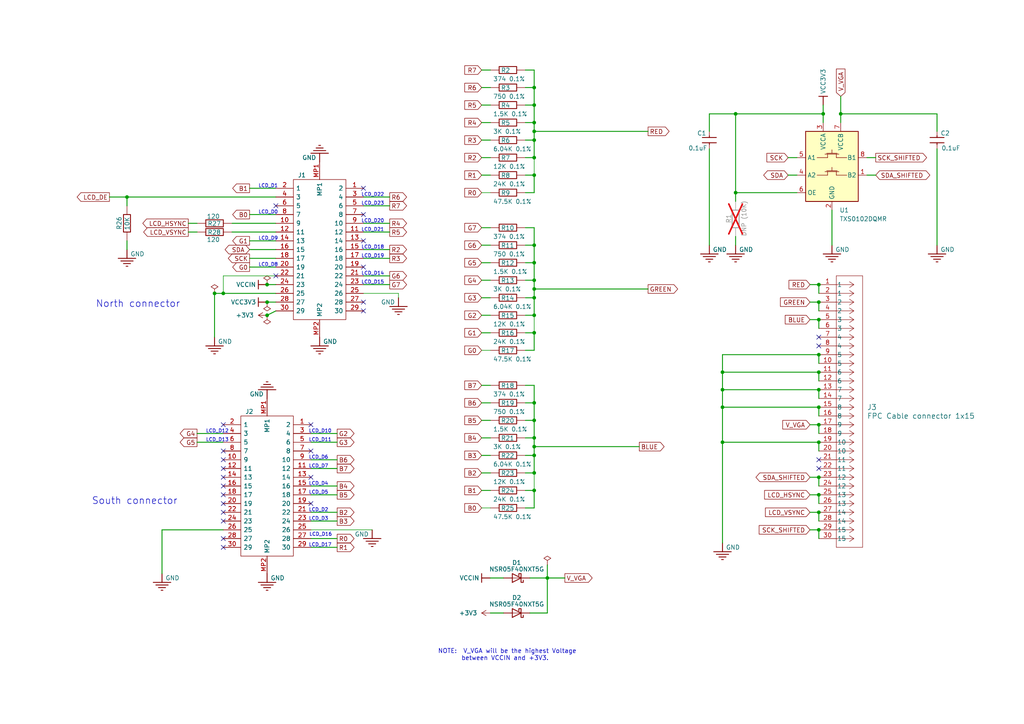
<source format=kicad_sch>
(kicad_sch (version 20231120) (generator "eeschema") (generator_version "8.0")
  (paper "A4")
  (title_block (title "VGA Adapter Board") (date "2024-05-13") (rev "V0.09") (company "Copyright (C) 2023-2024 Victor Suarez Rovere") (comment 1 "License:  CERN OHL-S") (comment 2 "PCB design:  Mitch Altman & Victor Suarez Rovere") (comment 3 "Schematics capture:  Mitch Altman & Victor Suarez Rovere") (comment 4 "Circuit design & parts selection:  Victor Suarez Rovere"))
  (lib_symbols
    (symbol "1-1734248-5_1" (pin_names (offset 0.254))
      (property "Reference" "J5" (at 13.97 -35.56 0))
      (property "Value" "FPC Cable connector 1x15" (at 13.97 -38.1 0))
      (symbol "1-1734248-5_1_1_1"
        (pin passive line (at 0 0 0) (length 5.08) (name "1") (number "1"))
        (pin passive line (at 0 -22.86 0) (length 5.08) (name "5") (number "10"))
        (pin passive line (at 0 -25.4 0) (length 5.08) (name "6") (number "11"))
        (pin passive line (at 0 -27.94 0) (length 5.08) (name "6") (number "12"))
        (pin passive line (at 0 -30.48 0) (length 5.08) (name "7") (number "13"))
        (pin passive line (at 0 -33.02 0) (length 5.08) (name "7") (number "14"))
        (pin passive line (at 0 -35.56 0) (length 5.08) (name "8") (number "15"))
        (pin passive line (at 0 -38.1 0) (length 5.08) (name "8") (number "16"))
        (pin passive line (at 0 -40.64 0) (length 5.08) (name "9") (number "17"))
        (pin passive line (at 0 -43.18 0) (length 5.08) (name "9") (number "18"))
        (pin passive line (at 0 -45.72 0) (length 5.08) (name "10") (number "19"))
        (pin passive line (at 0 -2.54 0) (length 5.08) (name "1") (number "2"))
        (pin passive line (at 0 -48.26 0) (length 5.08) (name "10") (number "20"))
        (pin passive line (at 0 -50.8 0) (length 5.08) (name "11") (number "21"))
        (pin passive line (at 0 -53.34 0) (length 5.08) (name "11") (number "22"))
        (pin passive line (at 0 -55.88 0) (length 5.08) (name "12") (number "23"))
        (pin passive line (at 0 -58.42 0) (length 5.08) (name "12") (number "24"))
        (pin passive line (at 0 -60.96 0) (length 5.08) (name "13") (number "25"))
        (pin passive line (at 0 -63.5 0) (length 5.08) (name "13") (number "26"))
        (pin passive line (at 0 -66.04 0) (length 5.08) (name "14") (number "27"))
        (pin passive line (at 0 -68.58 0) (length 5.08) (name "14") (number "28"))
        (pin passive line (at 0 -71.12 0) (length 5.08) (name "15") (number "29"))
        (pin passive line (at 0 -5.08 0) (length 5.08) (name "2") (number "3"))
        (pin passive line (at 0 -73.66 0) (length 5.08) (name "15") (number "30"))
        (pin passive line (at 0 -7.62 0) (length 5.08) (name "2") (number "4"))
        (pin passive line (at 0 -10.16 0) (length 5.08) (name "3") (number "5"))
        (pin passive line (at 0 -12.7 0) (length 5.08) (name "3") (number "6"))
        (pin passive line (at 0 -15.24 0) (length 5.08) (name "4") (number "7"))
        (pin passive line (at 0 -17.78 0) (length 5.08) (name "4") (number "8"))
        (pin passive line (at 0 -20.32 0) (length 5.08) (name "5") (number "9"))
      )
      (symbol "1-1734248-5_1_1_2"
        (pin unspecified line (at 0 0 0) (length 5.08) (name "1") (number "1"))
        (pin unspecified line (at 0 -22.86 0) (length 5.08) (name "10") (number "10"))
        (pin unspecified line (at 0 -25.4 0) (length 5.08) (name "11") (number "11"))
        (pin unspecified line (at 0 -27.94 0) (length 5.08) (name "12") (number "12"))
        (pin unspecified line (at 0 -30.48 0) (length 5.08) (name "13") (number "13"))
        (pin unspecified line (at 0 -33.02 0) (length 5.08) (name "14") (number "14"))
        (pin unspecified line (at 0 -35.56 0) (length 5.08) (name "15") (number "15"))
        (pin unspecified line (at 0 -38.1 0) (length 5.08) (name "16") (number "16"))
        (pin unspecified line (at 0 -40.64 0) (length 5.08) (name "17") (number "17"))
        (pin unspecified line (at 0 -43.18 0) (length 5.08) (name "18") (number "18"))
        (pin unspecified line (at 0 -45.72 0) (length 5.08) (name "19") (number "19"))
        (pin unspecified line (at 0 -2.54 0) (length 5.08) (name "2") (number "2"))
        (pin unspecified line (at 0 -48.26 0) (length 5.08) (name "20") (number "20"))
        (pin unspecified line (at 0 -50.8 0) (length 5.08) (name "21") (number "21"))
        (pin unspecified line (at 0 -53.34 0) (length 5.08) (name "22") (number "22"))
        (pin unspecified line (at 0 -55.88 0) (length 5.08) (name "23") (number "23"))
        (pin unspecified line (at 0 -58.42 0) (length 5.08) (name "24") (number "24"))
        (pin unspecified line (at 0 -60.96 0) (length 5.08) (name "25") (number "25"))
        (pin unspecified line (at 0 -63.5 0) (length 5.08) (name "26") (number "26"))
        (pin unspecified line (at 0 -66.04 0) (length 5.08) (name "27") (number "27"))
        (pin unspecified line (at 0 -68.58 0) (length 5.08) (name "28") (number "28"))
        (pin unspecified line (at 0 -71.12 0) (length 5.08) (name "29") (number "29"))
        (pin unspecified line (at 0 -5.08 0) (length 5.08) (name "3") (number "3"))
        (pin unspecified line (at 0 -73.66 0) (length 5.08) (name "30") (number "30"))
        (pin unspecified line (at 0 -7.62 0) (length 5.08) (name "4") (number "4"))
        (pin unspecified line (at 0 -10.16 0) (length 5.08) (name "5") (number "5"))
        (pin unspecified line (at 0 -12.7 0) (length 5.08) (name "6") (number "6"))
        (pin unspecified line (at 0 -15.24 0) (length 5.08) (name "7") (number "7"))
        (pin unspecified line (at 0 -17.78 0) (length 5.08) (name "8") (number "8"))
        (pin unspecified line (at 0 -20.32 0) (length 5.08) (name "9") (number "9"))
      )
    )
    (symbol "D1s-altium-import:2_RES"
      (property "Value" "2_RES" (at 0 0 0))
      (symbol "2_RES_1_0"
        (pin passive line (at -0.254 0 180) (length 2.54) (name "1") (number "1"))
        (pin passive line (at -10.414 0 0) (length 2.54) (name "2") (number "2"))
      )
    )
    (symbol "DF12NB_3.0_-30DP-0.5V_51__1" (pin_names (offset 0.762))
      (property "Reference" "J1" (at 46.99 6.35 90))
      (symbol "DF12NB_3.0_-30DP-0.5V_51__1_0_0"
        (pin passive line (at 50.8 0 180) (length 5.08) (name "MP1") (number "MP1"))
        (pin passive line (at 0 0 0) (length 5.08) (name "MP2") (number "MP2"))
      )
      (symbol "DF12NB_3.0_-30DP-0.5V_51__1_1_0"
        (pin passive line (at 43.18 -12.7 90) (length 5.08) (name "2") (number "1"))
        (pin passive line (at 33.02 12.7 270) (length 5.08) (name "9") (number "10"))
        (pin passive line (at 30.48 -12.7 90) (length 5.08) (name "12") (number "11"))
        (pin passive line (at 30.48 12.7 270) (length 5.08) (name "11") (number "12"))
        (pin passive line (at 27.94 -12.7 90) (length 5.08) (name "14") (number "13"))
        (pin passive line (at 27.94 12.7 270) (length 5.08) (name "13") (number "14"))
        (pin passive line (at 25.4 -12.7 90) (length 5.08) (name "16") (number "15"))
        (pin passive line (at 25.4 12.7 270) (length 5.08) (name "15") (number "16"))
        (pin passive line (at 22.86 -12.7 90) (length 5.08) (name "18") (number "17"))
        (pin passive line (at 22.86 12.7 270) (length 5.08) (name "17") (number "18"))
        (pin passive line (at 20.32 -12.7 90) (length 5.08) (name "20") (number "19"))
        (pin passive line (at 43.18 12.7 270) (length 5.08) (name "1") (number "2"))
        (pin passive line (at 20.32 12.7 270) (length 5.08) (name "19") (number "20"))
        (pin passive line (at 17.78 -12.7 90) (length 5.08) (name "22") (number "21"))
        (pin passive line (at 17.78 12.7 270) (length 5.08) (name "21") (number "22"))
        (pin passive line (at 15.24 -12.7 90) (length 5.08) (name "24") (number "23"))
        (pin passive line (at 15.24 12.7 270) (length 5.08) (name "23") (number "24"))
        (pin passive line (at 12.7 -12.7 90) (length 5.08) (name "26") (number "25"))
        (pin passive line (at 12.7 12.7 270) (length 5.08) (name "25") (number "26"))
        (pin passive line (at 10.16 -12.7 90) (length 5.08) (name "28") (number "27"))
        (pin passive line (at 10.16 12.7 270) (length 5.08) (name "27") (number "28"))
        (pin passive line (at 7.62 -12.7 90) (length 5.08) (name "30") (number "29"))
        (pin passive line (at 40.64 -12.7 90) (length 5.08) (name "4") (number "3"))
        (pin passive line (at 7.62 12.7 270) (length 5.08) (name "29") (number "30"))
        (pin passive line (at 40.64 12.7 270) (length 5.08) (name "3") (number "4"))
        (pin passive line (at 38.1 -12.7 90) (length 5.08) (name "6") (number "5"))
        (pin passive line (at 38.1 12.7 270) (length 5.08) (name "5") (number "6"))
        (pin passive line (at 35.56 -12.7 90) (length 5.08) (name "8") (number "7"))
        (pin passive line (at 35.56 12.7 270) (length 5.08) (name "7") (number "8"))
        (pin passive line (at 33.02 -12.7 90) (length 5.08) (name "10") (number "9"))
      )
    )
    (symbol "Device:D_Schottky" (pin_numbers hide) (pin_names (offset 1.016) hide)
      (property "Reference" "D" (at 0 2.54 0))
      (property "Value" "D_Schottky" (at 0 -2.54 0))
      (symbol "D_Schottky_1_1"
        (pin passive line (at -3.81 0 0) (length 2.54) (name "K") (number "1"))
        (pin passive line (at 3.81 0 180) (length 2.54) (name "A") (number "2"))
      )
    )
    (symbol "Logic_LevelTranslator:TXS0102DCU"
      (property "Reference" "U1" (at 2.1941 -12.7 0))
      (property "Value" "TXS0102DCU" (at 2.1941 -15.24 0))
      (symbol "TXS0102DCU_1_1"
        (pin bidirectional line (at 10.16 -2.54 180) (length 2.54) (name "B2") (number "1"))
        (pin power_in line (at 0 -12.7 90) (length 2.54) (name "GND") (number "2"))
        (pin power_in line (at -2.54 12.7 270) (length 2.54) (name "VCCA") (number "3"))
        (pin bidirectional line (at -10.16 -2.54 0) (length 2.54) (name "A2") (number "4"))
        (pin bidirectional line (at -10.16 2.54 0) (length 2.54) (name "A1") (number "5"))
        (pin input line (at -10.16 -7.62 0) (length 2.54) (name "OE") (number "6"))
        (pin power_in line (at 2.54 12.7 270) (length 2.54) (name "VCCB") (number "7"))
        (pin bidirectional line (at 10.16 2.54 180) (length 2.54) (name "B1") (number "8"))
      )
    )
    (symbol "Periph-altium-import:0_CAP"
      (property "Value" "0_CAP" (at 0 0 0))
      (symbol "0_CAP_1_0"
        (pin passive line (at 0 2.54 270) (length 1.27) (name "1") (number "1"))
        (pin passive line (at 0 -2.54 90) (length 1.27) (name "2") (number "2"))
      )
    )
    (symbol "Periph-altium-import:2_RES"
      (property "Value" "2_RES" (at 0 0 0))
      (symbol "2_RES_1_0"
        (pin passive line (at -0.254 0 180) (length 2.54) (name "1") (number "1"))
        (pin passive line (at -10.414 0 0) (length 2.54) (name "2") (number "2"))
      )
    )
    (symbol "Periph-altium-import:GND" (power)
      (property "Reference" "#PWR" (at 0 0 0))
      (property "Value" "GND" (at 0 6.35 0))
      (symbol "GND_0_0"
        (pin power_in line (at 0 0 0) (length 0) hide (name "GND") (number ""))
      )
    )
    (symbol "Periph-altium-import:VCC3V3" (power)
      (property "Reference" "#PWR" (at 0 0 0))
      (property "Value" "VCC3V3" (at 0 3.81 0))
      (symbol "VCC3V3_0_0"
        (pin power_in line (at 0 0 0) (length 0) hide (name "VCC3V3") (number ""))
      )
    )
    (symbol "Periph-altium-import:VCCIN" (power)
      (property "Reference" "#PWR" (at 0 0 0))
      (property "Value" "VCCIN" (at 0 3.81 0))
      (symbol "VCCIN_0_0"
        (pin power_in line (at 0 0 0) (length 0) hide (name "VCCIN") (number ""))
      )
    )
    (symbol "power:+3V3" (power) (pin_names (offset 0))
      (property "Value" "+3V3" (at 0 3.556 0))
      (symbol "+3V3_1_1"
        (pin power_in line (at 0 0 90) (length 0) hide (name "+3V3") (number "1"))
      )
    )
    (symbol "power:PWR_FLAG" (power) (pin_numbers hide) (pin_names (offset 0) hide)
      (property "Value" "PWR_FLAG" (at 0 3.81 0))
      (symbol "PWR_FLAG_0_0"
        (pin power_out line (at 0 0 90) (length 0) (name "pwr") (number "1"))
      )
    )
  )
  (junction (at 154.94 38.1))
  (junction (at 154.94 71.12))
  (junction (at 209.55 107.95))
  (junction (at 209.55 128.27))
  (junction (at 154.94 132.08))
  (junction (at 64.77 85.09))
  (junction (at 154.94 81.28))
  (junction (at 209.55 113.03))
  (junction (at 154.94 137.16))
  (junction (at 209.55 118.11))
  (junction (at 213.36 55.88))
  (junction (at 154.94 86.36))
  (junction (at 154.94 91.44))
  (junction (at 237.49 128.27))
  (junction (at 237.49 102.87))
  (junction (at 237.49 107.95))
  (junction (at 237.49 143.51))
  (junction (at 154.94 40.64))
  (junction (at 77.47 82.55))
  (junction (at 77.47 87.63))
  (junction (at 154.94 129.54))
  (junction (at 154.94 142.24))
  (junction (at 154.94 96.52))
  (junction (at 154.94 76.2))
  (junction (at 36.83 57.15))
  (junction (at 237.49 92.71))
  (junction (at 237.49 148.59))
  (junction (at 154.94 25.4))
  (junction (at 237.49 113.03))
  (junction (at 213.36 33.02))
  (junction (at 237.49 153.67))
  (junction (at 154.94 83.82))
  (junction (at 154.94 121.92))
  (junction (at 237.49 123.19))
  (junction (at 237.49 87.63))
  (junction (at 154.94 50.8))
  (junction (at 154.94 116.84))
  (junction (at 154.94 127))
  (junction (at 154.94 35.56))
  (junction (at 158.75 167.64))
  (junction (at 77.47 91.44))
  (junction (at 237.49 82.55))
  (junction (at 237.49 138.43))
  (junction (at 243.84 33.02))
  (junction (at 154.94 45.72))
  (junction (at 237.49 118.11))
  (junction (at 238.76 33.02))
  (junction (at 154.94 30.48))
  (junction (at 62.23 85.09))
  (no_connect (at 64.77 158.75))
  (no_connect (at 80.01 59.69))
  (no_connect (at 237.49 100.33))
  (no_connect (at 64.77 148.59))
  (no_connect (at 64.77 151.13))
  (no_connect (at 64.77 143.51))
  (no_connect (at 90.17 123.19))
  (no_connect (at 105.41 54.61))
  (no_connect (at 105.41 77.47))
  (no_connect (at 64.77 133.35))
  (no_connect (at 64.77 156.21))
  (no_connect (at 237.49 133.35))
  (no_connect (at 105.41 87.63))
  (no_connect (at 64.77 135.89))
  (no_connect (at 64.77 130.81))
  (no_connect (at 64.77 138.43))
  (no_connect (at 90.17 130.81))
  (no_connect (at 64.77 123.19))
  (no_connect (at 64.77 140.97))
  (no_connect (at 64.77 146.05))
  (no_connect (at 105.41 69.85))
  (no_connect (at 105.41 90.17))
  (no_connect (at 90.17 146.05))
  (no_connect (at 90.17 138.43))
  (no_connect (at 237.49 135.89))
  (no_connect (at 80.01 80.01))
  (no_connect (at 105.41 62.23))
  (no_connect (at 237.49 97.79))
  (wire (pts (xy 142.24 40.64) (xy 139.7 40.64)) (stroke (width 0.254)))
  (wire (pts (xy 237.49 110.49) (xy 237.49 107.95)) (stroke (width 0.254)))
  (wire (pts (xy 36.83 57.15) (xy 36.83 59.69)) (stroke (width 0.254)))
  (wire (pts (xy 72.39 69.85) (xy 80.01 69.85)) (stroke (width 0.254)))
  (wire (pts (xy 113.03 67.31) (xy 105.41 67.31)) (stroke (width 0.254)))
  (wire (pts (xy 142.24 137.16) (xy 139.7 137.16)) (stroke (width 0.254)))
  (wire (pts (xy 237.49 115.57) (xy 237.49 113.03)) (stroke (width 0.254)))
  (wire (pts (xy 154.94 50.8) (xy 152.4 50.8)) (stroke (width 0.254)))
  (wire (pts (xy 154.94 50.8) (xy 154.94 55.88)) (stroke (width 0.254)))
  (wire (pts (xy 115.57 85.09) (xy 115.57 86.36)))
  (wire (pts (xy 228.6 50.8) (xy 231.14 50.8)) (stroke (width 0.254)))
  (wire (pts (xy 158.75 167.64) (xy 163.83 167.64)) (stroke (width 0.254)))
  (wire (pts (xy 154.94 129.54) (xy 154.94 132.08)) (stroke (width 0.254)))
  (wire (pts (xy 154.94 137.16) (xy 154.94 142.24)))
  (wire (pts (xy 72.39 74.93) (xy 80.01 74.93)) (stroke (width 0.254)))
  (wire (pts (xy 36.83 57.15) (xy 80.01 57.15)) (stroke (width 0.254)))
  (wire (pts (xy 158.75 177.8) (xy 153.67 177.8)) (stroke (width 0.254)))
  (wire (pts (xy 234.95 82.55) (xy 237.49 82.55)) (stroke (width 0.254)))
  (wire (pts (xy 271.78 33.02) (xy 271.78 38.1)) (stroke (width 0.254)))
  (wire (pts (xy 154.94 30.48) (xy 152.4 30.48)) (stroke (width 0.254)))
  (wire (pts (xy 154.94 45.72) (xy 152.4 45.72)) (stroke (width 0.254)))
  (wire (pts (xy 54.61 64.77) (xy 57.15 64.77)) (stroke (width 0.254)))
  (wire (pts (xy 97.79 135.89) (xy 90.17 135.89)) (stroke (width 0.254)))
  (wire (pts (xy 142.24 81.28) (xy 139.7 81.28)) (stroke (width 0.254)))
  (wire (pts (xy 152.4 86.36) (xy 154.94 86.36)) (stroke (width 0.254)))
  (wire (pts (xy 154.94 40.64) (xy 152.4 40.64)) (stroke (width 0.254)))
  (wire (pts (xy 113.03 72.39) (xy 105.41 72.39)) (stroke (width 0.254)))
  (wire (pts (xy 154.94 40.64) (xy 154.94 45.72)) (stroke (width 0.254)))
  (wire (pts (xy 105.41 85.09) (xy 115.57 85.09)))
  (wire (pts (xy 213.36 68.58) (xy 213.36 71.12)) (stroke (width 0.254)))
  (wire (pts (xy 234.95 148.59) (xy 237.49 148.59)) (stroke (width 0.254)))
  (wire (pts (xy 46.99 153.67) (xy 46.99 166.37)) (stroke (width 0.254)))
  (wire (pts (xy 154.94 55.88) (xy 152.4 55.88)) (stroke (width 0.254)))
  (wire (pts (xy 237.49 95.25) (xy 237.49 92.71)) (stroke (width 0.254)))
  (wire (pts (xy 77.47 82.55) (xy 80.01 82.55)) (stroke (width 0.254)))
  (wire (pts (xy 237.49 140.97) (xy 237.49 138.43)) (stroke (width 0.254)))
  (wire (pts (xy 238.76 30.48) (xy 238.76 33.02)) (stroke (width 0.254)))
  (wire (pts (xy 154.94 20.32) (xy 152.4 20.32)) (stroke (width 0.254)))
  (wire (pts (xy 234.95 138.43) (xy 237.49 138.43)) (stroke (width 0.254)))
  (wire (pts (xy 97.79 143.51) (xy 90.17 143.51)) (stroke (width 0.254)))
  (wire (pts (xy 154.94 121.92) (xy 152.4 121.92)) (stroke (width 0.254)))
  (wire (pts (xy 154.94 111.76) (xy 152.4 111.76)) (stroke (width 0.254)))
  (wire (pts (xy 142.24 121.92) (xy 139.7 121.92)) (stroke (width 0.254)))
  (wire (pts (xy 72.39 62.23) (xy 80.01 62.23)) (stroke (width 0.254)))
  (wire (pts (xy 154.94 86.36) (xy 154.94 91.44)) (stroke (width 0.254)))
  (wire (pts (xy 142.24 30.48) (xy 139.7 30.48)) (stroke (width 0.254)))
  (wire (pts (xy 142.24 86.36) (xy 139.7 86.36)) (stroke (width 0.254)))
  (wire (pts (xy 154.94 20.32) (xy 154.94 25.4)) (stroke (width 0.254)))
  (wire (pts (xy 72.39 72.39) (xy 80.01 72.39)) (stroke (width 0.254)))
  (wire (pts (xy 142.24 127) (xy 139.7 127)) (stroke (width 0.254)))
  (wire (pts (xy 154.94 83.82) (xy 154.94 86.36)) (stroke (width 0.254)))
  (wire (pts (xy 154.94 96.52) (xy 154.94 101.6)) (stroke (width 0.254)))
  (wire (pts (xy 154.94 127) (xy 152.4 127)) (stroke (width 0.254)))
  (wire (pts (xy 152.4 91.44) (xy 154.94 91.44)) (stroke (width 0.254)))
  (wire (pts (xy 90.17 156.21) (xy 97.79 156.21)) (stroke (width 0.254)))
  (wire (pts (xy 158.75 163.83) (xy 158.75 167.64)) (stroke (width 0.254)))
  (wire (pts (xy 241.3 60.96) (xy 241.3 71.12)) (stroke (width 0.254)))
  (wire (pts (xy 237.49 130.81) (xy 237.49 128.27)) (stroke (width 0.254)))
  (wire (pts (xy 67.31 67.31) (xy 80.01 67.31)) (stroke (width 0.254)))
  (wire (pts (xy 142.24 20.32) (xy 139.7 20.32)) (stroke (width 0.254)))
  (wire (pts (xy 154.94 76.2) (xy 154.94 81.28)) (stroke (width 0.254)))
  (wire (pts (xy 67.31 64.77) (xy 80.01 64.77)) (stroke (width 0.254)))
  (wire (pts (xy 113.03 57.15) (xy 105.41 57.15)) (stroke (width 0.254)))
  (wire (pts (xy 152.4 71.12) (xy 154.94 71.12)) (stroke (width 0.254)))
  (wire (pts (xy 142.24 71.12) (xy 139.7 71.12)) (stroke (width 0.254)))
  (wire (pts (xy 142.24 142.24) (xy 139.7 142.24)) (stroke (width 0.254)))
  (wire (pts (xy 209.55 107.95) (xy 209.55 113.03)) (stroke (width 0.254)))
  (wire (pts (xy 113.03 80.01) (xy 105.41 80.01)) (stroke (width 0.254)))
  (wire (pts (xy 237.49 125.73) (xy 237.49 123.19)) (stroke (width 0.254)))
  (wire (pts (xy 237.49 128.27) (xy 209.55 128.27)) (stroke (width 0.254)))
  (wire (pts (xy 142.24 66.04) (xy 139.7 66.04)) (stroke (width 0.254)))
  (wire (pts (xy 62.23 85.09) (xy 62.23 97.79)) (stroke (width 0.254)))
  (wire (pts (xy 213.36 33.02) (xy 238.76 33.02)) (stroke (width 0.254)))
  (wire (pts (xy 237.49 151.13) (xy 237.49 148.59)) (stroke (width 0.254)))
  (wire (pts (xy 158.75 167.64) (xy 158.75 177.8)) (stroke (width 0.254)))
  (wire (pts (xy 231.14 55.88) (xy 213.36 55.88)) (stroke (width 0.254)))
  (wire (pts (xy 154.94 25.4) (xy 154.94 30.48)) (stroke (width 0.254)))
  (wire (pts (xy 154.94 137.16) (xy 152.4 137.16)) (stroke (width 0.254)))
  (wire (pts (xy 97.79 151.13) (xy 90.17 151.13)) (stroke (width 0.254)))
  (wire (pts (xy 142.24 55.88) (xy 139.7 55.88)))
  (wire (pts (xy 152.4 66.04) (xy 154.94 66.04)) (stroke (width 0.254)))
  (wire (pts (xy 142.24 50.8) (xy 139.7 50.8)) (stroke (width 0.254)))
  (wire (pts (xy 243.84 27.94) (xy 243.84 33.02)) (stroke (width 0.254)))
  (wire (pts (xy 154.94 127) (xy 154.94 129.54)) (stroke (width 0.254)))
  (wire (pts (xy 243.84 33.02) (xy 271.78 33.02)) (stroke (width 0.254)))
  (wire (pts (xy 142.24 147.32) (xy 139.7 147.32)))
  (wire (pts (xy 234.95 92.71) (xy 237.49 92.71)) (stroke (width 0.254)))
  (wire (pts (xy 57.15 128.27) (xy 64.77 128.27)) (stroke (width 0.254)))
  (wire (pts (xy 64.77 153.67) (xy 46.99 153.67)) (stroke (width 0.254)))
  (wire (pts (xy 237.49 105.41) (xy 237.49 102.87)) (stroke (width 0.254)))
  (wire (pts (xy 152.4 96.52) (xy 154.94 96.52)) (stroke (width 0.254)))
  (wire (pts (xy 152.4 101.6) (xy 154.94 101.6)) (stroke (width 0.254)))
  (wire (pts (xy 234.95 153.67) (xy 237.49 153.67)) (stroke (width 0.254)))
  (wire (pts (xy 154.94 121.92) (xy 154.94 127)) (stroke (width 0.254)))
  (wire (pts (xy 142.24 45.72) (xy 139.7 45.72)) (stroke (width 0.254)))
  (wire (pts (xy 113.03 59.69) (xy 105.41 59.69)) (stroke (width 0.254)))
  (wire (pts (xy 234.95 87.63) (xy 237.49 87.63)) (stroke (width 0.254)))
  (wire (pts (xy 154.94 35.56) (xy 152.4 35.56)) (stroke (width 0.254)))
  (wire (pts (xy 36.83 69.85) (xy 36.83 72.39)) (stroke (width 0.254)))
  (wire (pts (xy 97.79 133.35) (xy 90.17 133.35)) (stroke (width 0.254)))
  (wire (pts (xy 154.94 66.04) (xy 154.94 71.12)) (stroke (width 0.254)))
  (wire (pts (xy 238.76 33.02) (xy 238.76 35.56)) (stroke (width 0.254)))
  (wire (pts (xy 237.49 156.21) (xy 237.49 153.67)) (stroke (width 0.254)))
  (wire (pts (xy 154.94 142.24) (xy 154.94 147.32)) (stroke (width 0.254)))
  (wire (pts (xy 154.94 91.44) (xy 154.94 96.52)))
  (wire (pts (xy 54.61 67.31) (xy 57.15 67.31)) (stroke (width 0.254)))
  (wire (pts (xy 142.24 101.6) (xy 139.7 101.6)))
  (wire (pts (xy 154.94 38.1) (xy 154.94 40.64)) (stroke (width 0.254)))
  (wire (pts (xy 142.24 35.56) (xy 139.7 35.56)) (stroke (width 0.254)))
  (wire (pts (xy 205.74 38.1) (xy 205.74 33.02)) (stroke (width 0.254)))
  (wire (pts (xy 113.03 74.93) (xy 105.41 74.93)) (stroke (width 0.254)))
  (wire (pts (xy 142.24 25.4) (xy 139.7 25.4)) (stroke (width 0.254)))
  (wire (pts (xy 209.55 102.87) (xy 209.55 107.95)) (stroke (width 0.254)))
  (wire (pts (xy 237.49 120.65) (xy 237.49 118.11)) (stroke (width 0.254)))
  (wire (pts (xy 80.01 85.09) (xy 64.77 85.09)) (stroke (width 0.254)))
  (wire (pts (xy 64.77 85.09) (xy 62.23 85.09)) (stroke (width 0.254)))
  (wire (pts (xy 154.94 147.32) (xy 152.4 147.32)) (stroke (width 0.254)))
  (wire (pts (xy 77.47 87.63) (xy 80.01 87.63)) (stroke (width 0.254)))
  (wire (pts (xy 90.17 153.67) (xy 107.95 153.67)))
  (wire (pts (xy 113.03 64.77) (xy 105.41 64.77)) (stroke (width 0.254)))
  (wire (pts (xy 154.94 45.72) (xy 154.94 50.8)))
  (wire (pts (xy 205.74 43.18) (xy 205.74 71.12)) (stroke (width 0.254)))
  (wire (pts (xy 72.39 77.47) (xy 80.01 77.47)) (stroke (width 0.254)))
  (wire (pts (xy 97.79 148.59) (xy 90.17 148.59)) (stroke (width 0.254)))
  (wire (pts (xy 154.94 25.4) (xy 152.4 25.4)) (stroke (width 0.254)))
  (wire (pts (xy 142.24 167.64) (xy 146.05 167.64)) (stroke (width 0.254)))
  (wire (pts (xy 152.4 81.28) (xy 154.94 81.28)) (stroke (width 0.254)))
  (wire (pts (xy 251.46 45.72) (xy 254 45.72)) (stroke (width 0.254)))
  (wire (pts (xy 97.79 140.97) (xy 90.17 140.97)) (stroke (width 0.254)))
  (wire (pts (xy 154.94 38.1) (xy 187.96 38.1)) (stroke (width 0.254)))
  (wire (pts (xy 154.94 129.54) (xy 185.42 129.54)) (stroke (width 0.254)))
  (wire (pts (xy 97.79 125.73) (xy 90.17 125.73)) (stroke (width 0.254)))
  (wire (pts (xy 251.46 50.8) (xy 254 50.8)) (stroke (width 0.254)))
  (wire (pts (xy 237.49 146.05) (xy 237.49 143.51)) (stroke (width 0.254)))
  (wire (pts (xy 153.67 167.64) (xy 158.75 167.64)) (stroke (width 0.254)))
  (wire (pts (xy 209.55 128.27) (xy 209.55 157.48)) (stroke (width 0.254)))
  (wire (pts (xy 228.6 45.72) (xy 231.14 45.72)) (stroke (width 0.254)))
  (wire (pts (xy 142.24 132.08) (xy 139.7 132.08)) (stroke (width 0.254)))
  (wire (pts (xy 152.4 76.2) (xy 154.94 76.2)) (stroke (width 0.254)))
  (wire (pts (xy 209.55 113.03) (xy 209.55 118.11)) (stroke (width 0.254)))
  (wire (pts (xy 154.94 30.48) (xy 154.94 35.56)) (stroke (width 0.254)))
  (wire (pts (xy 154.94 142.24) (xy 152.4 142.24)) (stroke (width 0.254)))
  (wire (pts (xy 154.94 111.76) (xy 154.94 116.84)) (stroke (width 0.254)))
  (wire (pts (xy 234.95 143.51) (xy 237.49 143.51)) (stroke (width 0.254)))
  (wire (pts (xy 154.94 132.08) (xy 154.94 137.16)) (stroke (width 0.254)))
  (wire (pts (xy 213.36 55.88) (xy 213.36 58.42)) (stroke (width 0.254)))
  (wire (pts (xy 209.55 118.11) (xy 209.55 128.27)) (stroke (width 0.254)))
  (wire (pts (xy 237.49 107.95) (xy 209.55 107.95)) (stroke (width 0.254)))
  (wire (pts (xy 237.49 90.17) (xy 237.49 87.63)) (stroke (width 0.254)))
  (wire (pts (xy 154.94 35.56) (xy 154.94 38.1)) (stroke (width 0.254)))
  (wire (pts (xy 237.49 113.03) (xy 209.55 113.03)) (stroke (width 0.254)))
  (wire (pts (xy 80.01 80.01) (xy 64.77 80.01)))
  (wire (pts (xy 113.03 82.55) (xy 105.41 82.55)) (stroke (width 0.254)))
  (wire (pts (xy 154.94 81.28) (xy 154.94 83.82)) (stroke (width 0.254)))
  (wire (pts (xy 213.36 33.02) (xy 213.36 55.88)) (stroke (width 0.254)))
  (wire (pts (xy 154.94 116.84) (xy 152.4 116.84)) (stroke (width 0.254)))
  (wire (pts (xy 142.24 91.44) (xy 139.7 91.44)) (stroke (width 0.254)))
  (wire (pts (xy 154.94 71.12) (xy 154.94 76.2)) (stroke (width 0.254)))
  (wire (pts (xy 142.24 111.76) (xy 139.7 111.76)) (stroke (width 0.254)))
  (wire (pts (xy 90.17 158.75) (xy 97.79 158.75)) (stroke (width 0.254)))
  (wire (pts (xy 142.24 177.8) (xy 146.05 177.8)) (stroke (width 0.254)))
  (wire (pts (xy 243.84 33.02) (xy 243.84 35.56)) (stroke (width 0.254)))
  (wire (pts (xy 237.49 102.87) (xy 209.55 102.87)) (stroke (width 0.254)))
  (wire (pts (xy 154.94 116.84) (xy 154.94 121.92)) (stroke (width 0.254)))
  (wire (pts (xy 97.79 128.27) (xy 90.17 128.27)) (stroke (width 0.254)))
  (wire (pts (xy 64.77 80.01) (xy 64.77 85.09)))
  (wire (pts (xy 142.24 116.84) (xy 139.7 116.84)) (stroke (width 0.254)))
  (wire (pts (xy 31.75 57.15) (xy 36.83 57.15)) (stroke (width 0.254)))
  (wire (pts (xy 142.24 96.52) (xy 139.7 96.52)) (stroke (width 0.254)))
  (wire (pts (xy 234.95 123.19) (xy 237.49 123.19)) (stroke (width 0.254)))
  (wire (pts (xy 271.78 43.18) (xy 271.78 71.12)) (stroke (width 0.254)))
  (wire (pts (xy 72.39 54.61) (xy 80.01 54.61)) (stroke (width 0.254)))
  (wire (pts (xy 142.24 76.2) (xy 139.7 76.2)) (stroke (width 0.254)))
  (wire (pts (xy 154.94 83.82) (xy 187.96 83.82)) (stroke (width 0.254)))
  (wire (pts (xy 205.74 33.02) (xy 213.36 33.02)) (stroke (width 0.254)))
  (wire (pts (xy 77.47 91.44) (xy 80.01 90.17)) (stroke (width 0.254)))
  (wire (pts (xy 154.94 132.08) (xy 152.4 132.08)) (stroke (width 0.254)))
  (wire (pts (xy 237.49 118.11) (xy 209.55 118.11)) (stroke (width 0.254)))
  (wire (pts (xy 57.15 125.73) (xy 64.77 125.73)) (stroke (width 0.254)))
  (wire (pts (xy 237.49 85.09) (xy 237.49 82.55)) (stroke (width 0.254)))
  (text "South connector" (at 51.562 146.558 0) (effects (font (size 2 2)) (justify right bottom)))
  (text "LCD_D15" (at 104.775 82.55 0) (effects (font (size 1 1)) (justify left bottom)))
  (text "LCD_D5" (at 89.535 143.51 0) (effects (font (size 1 1)) (justify left bottom)))
  (text "North connector" (at 52.324 89.408 0) (effects (font (size 2 2)) (justify right bottom)))
  (text "LCD_D1" (at 74.93 54.61 0) (effects (font (size 1 1)) (justify left bottom)))
  (text "LCD_D9" (at 74.93 69.85 0) (effects (font (size 1 1)) (justify left bottom)))
  (text "LCD_D2" (at 89.535 148.59 0) (effects (font (size 1 1)) (justify left bottom)))
  (text "NOTE:  V_VGA will be the highest Voltage\n       between VCCIN and +3V3." (at 127 191.77 0) (effects (font (size 1.27 1.27)) (justify left bottom)))
  (text "LCD_D18" (at 104.775 72.39 0) (effects (font (size 1 1)) (justify left bottom)))
  (text "LCD_D7" (at 89.535 135.89 0) (effects (font (size 1 1)) (justify left bottom)))
  (text "LCD_D3" (at 89.535 151.13 0) (effects (font (size 1 1)) (justify left bottom)))
  (text "LCD_D16" (at 89.662 155.702 0) (effects (font (size 1 1)) (justify left bottom)))
  (text "LCD_D0" (at 74.93 62.23 0) (effects (font (size 1 1)) (justify left bottom)))
  (text "LCD_D19" (at 104.775 74.93 0) (effects (font (size 1 1)) (justify left bottom)))
  (text "LCD_D22" (at 104.775 57.15 0) (effects (font (size 1 1)) (justify left bottom)))
  (text "LCD_D23" (at 104.775 59.69 0) (effects (font (size 1 1)) (justify left bottom)))
  (text "LCD_D20" (at 104.775 64.77 0) (effects (font (size 1 1)) (justify left bottom)))
  (text "LCD_D21" (at 104.775 67.31 0) (effects (font (size 1 1)) (justify left bottom)))
  (text "LCD_D11" (at 89.535 128.27 0) (effects (font (size 1 1)) (justify left bottom)))
  (text "LCD_D17" (at 89.535 158.75 0) (effects (font (size 1 1)) (justify left bottom)))
  (text "LCD_D6" (at 89.535 133.35 0) (effects (font (size 1 1)) (justify left bottom)))
  (text "LCD_D13" (at 59.69 128.27 0) (effects (font (size 1 1)) (justify left bottom)))
  (text "LCD_D12" (at 59.69 125.73 0) (effects (font (size 1 1)) (justify left bottom)))
  (text "LCD_D4" (at 89.535 140.97 0) (effects (font (size 1 1)) (justify left bottom)))
  (text "LCD_D14" (at 104.775 80.01 0) (effects (font (size 1 1)) (justify left bottom)))
  (text "LCD_D8" (at 74.93 77.47 0) (effects (font (size 1 1)) (justify left bottom)))
  (text "LCD_D10" (at 89.535 125.73 0) (effects (font (size 1 1)) (justify left bottom)))
  (global_label "R7" (shape input) (at 139.7 20.32 180) (property "Intersheetrefs" "${INTERSHEET_REFS}" (effects (hide yes))))
  (global_label "R2" (shape output) (at 113.03 72.39 0) (property "Intersheetrefs" "${INTERSHEET_REFS}" (effects (hide yes))))
  (global_label "G2" (shape output) (at 97.79 125.73 0) (property "Intersheetrefs" "${INTERSHEET_REFS}" (effects (hide yes))))
  (global_label "G3" (shape input) (at 139.7 86.36 180) (property "Intersheetrefs" "${INTERSHEET_REFS}" (effects (hide yes))))
  (global_label "G0" (shape output) (at 72.39 77.47 180) (property "Intersheetrefs" "${INTERSHEET_REFS}" (effects (hide yes))))
  (global_label "B3" (shape output) (at 97.79 151.13 0) (property "Intersheetrefs" "${INTERSHEET_REFS}" (effects (hide yes))))
  (global_label "B4" (shape input) (at 139.7 127 180) (property "Intersheetrefs" "${INTERSHEET_REFS}" (effects (hide yes))))
  (global_label "B3" (shape input) (at 139.7 132.08 180) (property "Intersheetrefs" "${INTERSHEET_REFS}" (effects (hide yes))))
  (global_label "G0" (shape input) (at 139.7 101.6 180) (property "Intersheetrefs" "${INTERSHEET_REFS}" (effects (hide yes))))
  (global_label "G4" (shape output) (at 57.15 125.73 180) (property "Intersheetrefs" "${INTERSHEET_REFS}" (effects (hide yes))))
  (global_label "R4" (shape output) (at 113.03 64.77 0) (property "Intersheetrefs" "${INTERSHEET_REFS}" (effects (hide yes))))
  (global_label "B0" (shape output) (at 72.39 62.23 180) (property "Intersheetrefs" "${INTERSHEET_REFS}" (effects (hide yes))))
  (global_label "G7" (shape output) (at 113.03 82.55 0) (property "Intersheetrefs" "${INTERSHEET_REFS}" (effects (hide yes))))
  (global_label "G3" (shape output) (at 97.79 128.27 0) (property "Intersheetrefs" "${INTERSHEET_REFS}" (effects (hide yes))))
  (global_label "R0" (shape output) (at 97.79 156.21 0) (property "Intersheetrefs" "${INTERSHEET_REFS}" (effects (hide yes))))
  (global_label "B1" (shape input) (at 139.7 142.24 180) (property "Intersheetrefs" "${INTERSHEET_REFS}" (effects (hide yes))))
  (global_label "R6" (shape input) (at 139.7 25.4 180) (property "Intersheetrefs" "${INTERSHEET_REFS}" (effects (hide yes))))
  (global_label "RED" (shape output) (at 187.96 38.1 0) (property "Intersheetrefs" "${INTERSHEET_REFS}" (effects (hide yes))))
  (global_label "B6" (shape input) (at 139.7 116.84 180) (property "Intersheetrefs" "${INTERSHEET_REFS}" (effects (hide yes))))
  (global_label "B4" (shape output) (at 97.79 140.97 0) (property "Intersheetrefs" "${INTERSHEET_REFS}" (effects (hide yes))))
  (global_label "R4" (shape input) (at 139.7 35.56 180) (property "Intersheetrefs" "${INTERSHEET_REFS}" (effects (hide yes))))
  (global_label "SCK" (shape output) (at 72.39 74.93 180) (property "Intersheetrefs" "${INTERSHEET_REFS}" (effects (hide yes))))
  (global_label "G1" (shape output) (at 72.39 69.85 180) (property "Intersheetrefs" "${INTERSHEET_REFS}" (effects (hide yes))))
  (global_label "R1" (shape input) (at 139.7 50.8 180) (property "Intersheetrefs" "${INTERSHEET_REFS}" (effects (hide yes))))
  (global_label "RED" (shape input) (at 234.95 82.55 180) (property "Intersheetrefs" "${INTERSHEET_REFS}" (effects (hide yes))))
  (global_label "SDA_SHIFTED" (shape bidirectional) (at 234.95 138.43 180) (property "Intersheetrefs" "${INTERSHEET_REFS}" (effects (hide yes))))
  (global_label "V_VGA" (shape input) (at 243.84 27.94 90) (property "Intersheetrefs" "${INTERSHEET_REFS}" (effects (hide yes))))
  (global_label "R2" (shape input) (at 139.7 45.72 180) (property "Intersheetrefs" "${INTERSHEET_REFS}" (effects (hide yes))))
  (global_label "G6" (shape output) (at 113.03 80.01 0) (property "Intersheetrefs" "${INTERSHEET_REFS}" (effects (hide yes))))
  (global_label "LCD_VSYNC" (shape output) (at 54.61 67.31 180) (property "Intersheetrefs" "${INTERSHEET_REFS}" (effects (hide yes))))
  (global_label "G7" (shape input) (at 139.7 66.04 180) (property "Intersheetrefs" "${INTERSHEET_REFS}" (effects (hide yes))))
  (global_label "B6" (shape output) (at 97.79 133.35 0) (property "Intersheetrefs" "${INTERSHEET_REFS}" (effects (hide yes))))
  (global_label "GREEN" (shape output) (at 187.96 83.82 0) (property "Intersheetrefs" "${INTERSHEET_REFS}" (effects (hide yes))))
  (global_label "R0" (shape input) (at 139.7 55.88 180) (property "Intersheetrefs" "${INTERSHEET_REFS}" (effects (hide yes))))
  (global_label "G1" (shape input) (at 139.7 96.52 180) (property "Intersheetrefs" "${INTERSHEET_REFS}" (effects (hide yes))))
  (global_label "R1" (shape output) (at 97.79 158.75 0) (property "Intersheetrefs" "${INTERSHEET_REFS}" (effects (hide yes))))
  (global_label "R3" (shape input) (at 139.7 40.64 180) (property "Intersheetrefs" "${INTERSHEET_REFS}" (effects (hide yes))))
  (global_label "LCD_DE" (shape output) (at 31.75 57.15 180) (property "Intersheetrefs" "${INTERSHEET_REFS}" (effects (hide yes))))
  (global_label "B2" (shape output) (at 97.79 148.59 0) (property "Intersheetrefs" "${INTERSHEET_REFS}" (effects (hide yes))))
  (global_label "B0" (shape input) (at 139.7 147.32 180) (property "Intersheetrefs" "${INTERSHEET_REFS}" (effects (hide yes))))
  (global_label "B7" (shape input) (at 139.7 111.76 180) (property "Intersheetrefs" "${INTERSHEET_REFS}" (effects (hide yes))))
  (global_label "GREEN" (shape input) (at 234.95 87.63 180) (property "Intersheetrefs" "${INTERSHEET_REFS}" (effects (hide yes))))
  (global_label "R5" (shape output) (at 113.03 67.31 0) (property "Intersheetrefs" "${INTERSHEET_REFS}" (effects (hide yes))))
  (global_label "B1" (shape output) (at 72.39 54.61 180) (property "Intersheetrefs" "${INTERSHEET_REFS}" (effects (hide yes))))
  (global_label "G4" (shape input) (at 139.7 81.28 180) (property "Intersheetrefs" "${INTERSHEET_REFS}" (effects (hide yes))))
  (global_label "LCD_HSYNC" (shape input) (at 234.95 143.51 180) (property "Intersheetrefs" "${INTERSHEET_REFS}" (effects (hide yes))))
  (global_label "B2" (shape input) (at 139.7 137.16 180) (property "Intersheetrefs" "${INTERSHEET_REFS}" (effects (hide yes))))
  (global_label "B7" (shape output) (at 97.79 135.89 0) (property "Intersheetrefs" "${INTERSHEET_REFS}" (effects (hide yes))))
  (global_label "G5" (shape output) (at 57.15 128.27 180) (property "Intersheetrefs" "${INTERSHEET_REFS}" (effects (hide yes))))
  (global_label "R3" (shape output) (at 113.03 74.93 0) (property "Intersheetrefs" "${INTERSHEET_REFS}" (effects (hide yes))))
  (global_label "R5" (shape input) (at 139.7 30.48 180) (property "Intersheetrefs" "${INTERSHEET_REFS}" (effects (hide yes))))
  (global_label "B5" (shape input) (at 139.7 121.92 180) (property "Intersheetrefs" "${INTERSHEET_REFS}" (effects (hide yes))))
  (global_label "V_VGA" (shape input) (at 234.95 123.19 180) (property "Intersheetrefs" "${INTERSHEET_REFS}" (effects (hide yes))))
  (global_label "LCD_VSYNC" (shape input) (at 234.95 148.59 180) (property "Intersheetrefs" "${INTERSHEET_REFS}" (effects (hide yes))))
  (global_label "SDA" (shape bidirectional) (at 228.6 50.8 180) (property "Intersheetrefs" "${INTERSHEET_REFS}" (effects (hide yes))))
  (global_label "BLUE" (shape input) (at 234.95 92.71 180) (property "Intersheetrefs" "${INTERSHEET_REFS}" (effects (hide yes))))
  (global_label "BLUE" (shape output) (at 185.42 129.54 0) (property "Intersheetrefs" "${INTERSHEET_REFS}" (effects (hide yes))))
  (global_label "LCD_HSYNC" (shape output) (at 54.61 64.77 180) (property "Intersheetrefs" "${INTERSHEET_REFS}" (effects (hide yes))))
  (global_label "R7" (shape output) (at 113.03 59.69 0) (property "Intersheetrefs" "${INTERSHEET_REFS}" (effects (hide yes))))
  (global_label "V_VGA" (shape output) (at 163.83 167.64 0) (property "Intersheetrefs" "${INTERSHEET_REFS}" (effects (hide yes))))
  (global_label "G6" (shape input) (at 139.7 71.12 180) (property "Intersheetrefs" "${INTERSHEET_REFS}" (effects (hide yes))))
  (global_label "R6" (shape output) (at 113.03 57.15 0) (property "Intersheetrefs" "${INTERSHEET_REFS}" (effects (hide yes))))
  (global_label "SCK_SHIFTED" (shape input) (at 234.95 153.67 180) (property "Intersheetrefs" "${INTERSHEET_REFS}" (effects (hide yes))))
  (global_label "B5" (shape output) (at 97.79 143.51 0) (property "Intersheetrefs" "${INTERSHEET_REFS}" (effects (hide yes))))
  (global_label "G5" (shape input) (at 139.7 76.2 180) (property "Intersheetrefs" "${INTERSHEET_REFS}" (effects (hide yes))))
  (global_label "SDA_SHIFTED" (shape bidirectional) (at 254 50.8 0) (property "Intersheetrefs" "${INTERSHEET_REFS}" (effects (hide yes))))
  (global_label "SCK_SHIFTED" (shape output) (at 254 45.72 0) (property "Intersheetrefs" "${INTERSHEET_REFS}" (effects (hide yes))))
  (global_label "SCK" (shape input) (at 228.6 45.72 180) (property "Intersheetrefs" "${INTERSHEET_REFS}" (effects (hide yes))))
  (global_label "G2" (shape input) (at 139.7 91.44 180) (property "Intersheetrefs" "${INTERSHEET_REFS}" (effects (hide yes))))
  (global_label "SDA" (shape bidirectional) (at 72.39 72.39 180) (property "Intersheetrefs" "${INTERSHEET_REFS}" (effects (hide yes))))
  (symbol (lib_id "Periph-altium-import:2_RES") (at 152.654 137.16 0) (unit 1)
    (property "Reference" "R23" (at 145.288 137.9728 0) (effects (justify left bottom)))
    (property "Value" "12K 0.1%" (at 143.002 140.462 0) (effects (justify left bottom)))
    (property "Footprint" "Resistor_SMD:R_0402_1005Metric" (effects (hide yes)))
    (property "LCSC Part Number" "C319888" (effects (hide yes)))
  )
  (symbol (lib_id "Periph-altium-import:GND") (at 107.95 153.67 0) (mirror y) (unit 1)
    (property "Reference" "#PWR022" (effects (hide yes)))
    (property "Value" "GND" (at 102.87 154.94 0) (effects (justify right)))
  )
  (symbol (lib_id "Periph-altium-import:2_RES") (at 152.654 76.2 0) (unit 1)
    (property "Reference" "R12" (at 145.288 77.0128 0) (effects (justify left bottom)))
    (property "Value" "1.5K 0.1%" (at 143.002 79.502 0) (effects (justify left bottom)))
    (property "Footprint" "Resistor_SMD:R_0402_1005Metric" (effects (hide yes)))
    (property "LCSC Part Number" "C317917" (effects (hide yes)))
  )
  (symbol (lib_name "1-1734248-5_1") (lib_id "TE Connectivity 1-1734248-5:1-1734248-5") (at 237.49 82.55 0) (unit 1)
    (property "Reference" "J3" (at 251.46 118.11 0) (effects (font (size 1.524 1.524)) (justify left)))
    (property "Value" "FPC Cable connector 1x15" (at 251.46 120.65 0) (effects (font (size 1.524 1.524)) (justify left)))
    (property "Footprint" "Library:TE Connectivity 1-1734248-5_ultralibrarian" (effects (hide yes)))
  )
  (symbol (lib_name "DF12NB_3.0_-30DP-0.5V_51__1") (lib_id "DF12NB_3.0_-30DP-0.5V_51_:DF12NB_3.0_-30DP-0.5V_51_") (at 92.71 97.79 90) (unit 1)
    (property "Reference" "J1" (at 86.36 50.8 90) (effects (justify right)))
    (property "Value" "DF12NB(3.0)-30DS-0.5V(51)" (effects (hide yes)))
    (property "Footprint" "DF12NB3030DP05V51" (effects (hide yes)))
    (property "Description" "30 Position Connector Header, Outer Shroud Contacts Surface Mount Gold" (effects (hide yes)))
    (property "Height" "2.5" (effects (hide yes)))
    (property "Manufacturer_Part_Number" "DF12NB(3.0)-30DP-0.5V(51)" (effects (hide yes)))
    (property "Manufacturer_Name" "Hirose" (effects (hide yes)))
  )
  (symbol (lib_id "Periph-altium-import:GND") (at 92.71 46.99 180) (unit 1)
    (property "Reference" "#PWR010" (effects (hide yes)))
    (property "Value" "GND" (at 87.63 45.72 0) (effects (justify right)))
  )
  (symbol (lib_id "Logic_LevelTranslator:TXS0102DCU") (at 241.3 48.26 0) (unit 1)
    (property "Reference" "U1" (at 243.4941 60.96 0) (effects (justify left)))
    (property "Value" "TXS0102DQMR" (at 243.4941 63.5 0) (effects (justify left)))
    (property "Footprint" "Library:DQM8" (effects (hide yes)))
  )
  (symbol (lib_id "Device:D_Schottky") (at 149.86 177.8 180) (unit 1)
    (property "Reference" "D2" (at 149.86 173.355 0))
    (property "Value" "NSR05F40NXT5G" (at 149.86 175.26 0))
    (property "Footprint" "Diode_SMD:D_0402_1005Metric" (effects (hide yes)))
    (property "Datasheet" "https://datasheet.lcsc.com/lcsc/1809111718_onsemi-NSR05F40NXT5G_C146713.pdf" (effects (hide yes)))
    (property "LCSC Part Number" "C146713" (effects (hide yes)))
  )
  (symbol (lib_id "power:PWR_FLAG") (at 62.23 85.09 0) (unit 1)
    (property "Reference" "#FLG01" (effects (hide yes)))
    (property "Value" "PWR_FLAG" (effects (hide yes)))
  )
  (symbol (lib_id "Periph-altium-import:2_RES") (at 152.654 101.6 0) (unit 1)
    (property "Reference" "R17" (at 145.288 102.4128 0) (effects (justify left bottom)))
    (property "Value" "47.5K 0.1%" (at 143.002 104.902 0) (effects (justify left bottom)))
    (property "Footprint" "Resistor_SMD:R_0402_1005Metric" (effects (hide yes)))
    (property "LCSC Part Number" "C2686413" (effects (hide yes)))
  )
  (symbol (lib_id "Periph-altium-import:GND") (at 77.47 115.57 180) (unit 1)
    (property "Reference" "#PWR02" (effects (hide yes)))
    (property "Value" "GND" (at 72.39 114.3 0) (effects (justify right)))
  )
  (symbol (lib_id "D1s-altium-import:2_RES") (at 213.36 58.166 90) (unit 1) (dnp yes)
    (property "Reference" "R1" (at 212.09 64.77 0) (effects (justify left bottom)))
    (property "Value" "DNP (10K)" (at 216.535 68.58 0) (effects (justify left bottom)))
    (property "Footprint" "Resistor_SMD:R_0402_1005Metric" (effects (hide yes)))
    (property "LCSC Part Number" "C25531" (effects (hide yes)))
  )
  (symbol (lib_id "power:PWR_FLAG") (at 158.75 163.83 0) (unit 1)
    (property "Reference" "#FLG03" (effects (hide yes)))
    (property "Value" "PWR_FLAG" (effects (hide yes)))
  )
  (symbol (lib_id "power:+3V3") (at 142.24 177.8 90) (unit 1)
    (property "Reference" "#PWR017" (effects (hide yes)))
    (property "Value" "+3V3" (at 138.43 177.8 90) (effects (justify left)))
  )
  (symbol (lib_id "Periph-altium-import:2_RES") (at 152.654 91.44 0) (unit 1)
    (property "Reference" "R15" (at 145.288 92.2528 0) (effects (justify left bottom)))
    (property "Value" "12K 0.1%" (at 143.002 94.742 0) (effects (justify left bottom)))
    (property "Footprint" "Resistor_SMD:R_0402_1005Metric" (effects (hide yes)))
    (property "LCSC Part Number" "C319888" (effects (hide yes)))
  )
  (symbol (lib_id "Periph-altium-import:2_RES") (at 152.654 111.76 0) (unit 1)
    (property "Reference" "R18" (at 145.288 112.5728 0) (effects (justify left bottom)))
    (property "Value" "374 0.1%" (at 143.002 115.062 0) (effects (justify left bottom)))
    (property "Footprint" "Resistor_SMD:R_0402_1005Metric" (effects (hide yes)))
    (property "LCSC Part Number" "C852745" (effects (hide yes)))
  )
  (symbol (lib_id "Periph-altium-import:2_RES") (at 152.654 127 0) (unit 1)
    (property "Reference" "R21" (at 145.288 127.8128 0) (effects (justify left bottom)))
    (property "Value" "3K 0.1%" (at 143.002 130.302 0) (effects (justify left bottom)))
    (property "Footprint" "Resistor_SMD:R_0402_1005Metric" (effects (hide yes)))
    (property "LCSC Part Number" "C281777" (effects (hide yes)))
  )
  (symbol (lib_id "Periph-altium-import:2_RES") (at 152.654 30.48 0) (unit 1)
    (property "Reference" "R4" (at 145.288 31.2928 0) (effects (justify left bottom)))
    (property "Value" "1.5K 0.1%" (at 143.002 33.782 0) (effects (justify left bottom)))
    (property "Footprint" "Resistor_SMD:R_0402_1005Metric" (effects (hide yes)))
    (property "LCSC Part Number" "C317917" (effects (hide yes)))
  )
  (symbol (lib_id "Periph-altium-import:GND") (at 46.99 166.37 0) (unit 1)
    (property "Reference" "#PWR08" (effects (hide yes)))
    (property "Value" "GND" (at 52.07 167.64 0) (effects (justify right)))
  )
  (symbol (lib_id "Periph-altium-import:GND") (at 77.47 166.37 0) (unit 1)
    (property "Reference" "#PWR01" (effects (hide yes)))
    (property "Value" "GND" (at 82.55 167.64 0) (effects (justify right)))
  )
  (symbol (lib_id "Device:D_Schottky") (at 149.86 167.64 180) (unit 1)
    (property "Reference" "D1" (at 149.86 163.195 0))
    (property "Value" "NSR05F40NXT5G" (at 149.86 165.1 0))
    (property "Footprint" "Diode_SMD:D_0402_1005Metric" (effects (hide yes)))
    (property "Datasheet" "https://datasheet.lcsc.com/lcsc/1809111718_onsemi-NSR05F40NXT5G_C146713.pdf" (effects (hide yes)))
    (property "LCSC Part Number" "C146713" (effects (hide yes)))
  )
  (symbol (lib_id "Periph-altium-import:GND") (at 205.74 71.12 0) (unit 1)
    (property "Reference" "#PWR015" (effects (hide yes)))
    (property "Value" "GND" (at 210.82 72.39 0) (effects (justify right)))
  )
  (symbol (lib_id "Periph-altium-import:GND") (at 209.55 157.48 0) (unit 1)
    (property "Reference" "#PWR025" (effects (hide yes)))
    (property "Value" "GND" (at 214.63 158.75 0) (effects (justify right)))
  )
  (symbol (lib_id "Periph-altium-import:2_RES") (at 152.654 142.24 0) (unit 1)
    (property "Reference" "R24" (at 145.288 143.0528 0) (effects (justify left bottom)))
    (property "Value" "24K 0.1%" (at 143.002 145.542 0) (effects (justify left bottom)))
    (property "Footprint" "Resistor_SMD:R_0402_1005Metric" (effects (hide yes)))
    (property "LCSC Part Number" "C852665" (effects (hide yes)))
  )
  (symbol (lib_id "Periph-altium-import:GND") (at 241.3 71.12 0) (unit 1)
    (property "Reference" "#PWR013" (effects (hide yes)))
    (property "Value" "GND" (at 246.38 72.39 0) (effects (justify right)))
  )
  (symbol (lib_id "Periph-altium-import:0_CAP") (at 205.74 40.64 0) (unit 1)
    (property "Reference" "C1" (at 202.184 39.37 0) (effects (justify left bottom)))
    (property "Value" "0.1uF" (at 199.644 43.688 0) (effects (justify left bottom)))
    (property "Footprint" "Library:C_0402_1005Metric" (effects (hide yes)))
    (property "LCSC Part Number" "C60474" (effects (hide yes)))
  )
  (symbol (lib_id "Periph-altium-import:GND") (at 62.23 97.79 0) (unit 1)
    (property "Reference" "#PWR04" (effects (hide yes)))
    (property "Value" "GND" (at 67.31 99.06 0) (effects (justify right)))
  )
  (symbol (lib_id "Periph-altium-import:2_RES") (at 152.654 25.4 0) (unit 1)
    (property "Reference" "R3" (at 145.288 26.2128 0) (effects (justify left bottom)))
    (property "Value" "750 0.1%" (at 143.002 28.702 0) (effects (justify left bottom)))
    (property "Footprint" "Resistor_SMD:R_0402_1005Metric" (effects (hide yes)))
    (property "LCSC Part Number" "C852911" (effects (hide yes)))
  )
  (symbol (lib_id "Periph-altium-import:2_RES") (at 152.654 116.84 0) (unit 1)
    (property "Reference" "R19" (at 145.288 117.6528 0) (effects (justify left bottom)))
    (property "Value" "750 0.1%" (at 143.002 120.142 0) (effects (justify left bottom)))
    (property "Footprint" "Resistor_SMD:R_0402_1005Metric" (effects (hide yes)))
    (property "LCSC Part Number" "C852911" (effects (hide yes)))
  )
  (symbol (lib_id "Periph-altium-import:2_RES") (at 67.564 64.77 0) (unit 1)
    (property "Reference" "R27" (at 60.198 65.5828 0) (effects (justify left bottom)))
    (property "Value" "120" (at 59.944 63.5 0) (effects (justify left bottom)))
    (property "Footprint" "Resistor_SMD:R_0402_1005Metric" (effects (hide yes)))
    (property "LCSC Part Number" "C114758" (effects (hide yes)))
  )
  (symbol (lib_id "Periph-altium-import:VCCIN") (at 77.47 82.55 270) (unit 1)
    (property "Reference" "#PWR05" (effects (hide yes)))
    (property "Value" "VCCIN" (at 71.374 82.55 90))
  )
  (symbol (lib_id "Periph-altium-import:2_RES") (at 152.654 71.12 0) (unit 1)
    (property "Reference" "R11" (at 145.288 71.9328 0) (effects (justify left bottom)))
    (property "Value" "750 0.1%" (at 143.002 74.422 0) (effects (justify left bottom)))
    (property "Footprint" "Resistor_SMD:R_0402_1005Metric" (effects (hide yes)))
    (property "LCSC Part Number" "C852911" (effects (hide yes)))
  )
  (symbol (lib_id "Periph-altium-import:2_RES") (at 152.654 86.36 0) (unit 1)
    (property "Reference" "R14" (at 145.288 87.1728 0) (effects (justify left bottom)))
    (property "Value" "6.04K 0.1%" (at 143.002 89.662 0) (effects (justify left bottom)))
    (property "Footprint" "Resistor_SMD:R_0402_1005Metric" (effects (hide yes)))
    (property "LCSC Part Number" "C851092" (effects (hide yes)))
  )
  (symbol (lib_id "Periph-altium-import:2_RES") (at 152.654 40.64 0) (unit 1)
    (property "Reference" "R6" (at 145.288 41.4528 0) (effects (justify left bottom)))
    (property "Value" "6.04K 0.1%" (at 143.002 43.942 0) (effects (justify left bottom)))
    (property "Footprint" "Resistor_SMD:R_0402_1005Metric" (effects (hide yes)))
    (property "LCSC Part Number" "C851092" (effects (hide yes)))
  )
  (symbol (lib_id "Periph-altium-import:GND") (at 271.78 71.12 0) (unit 1)
    (property "Reference" "#PWR016" (effects (hide yes)))
    (property "Value" "GND" (at 276.86 72.39 0) (effects (justify right)))
  )
  (symbol (lib_id "power:PWR_FLAG") (at 77.47 91.44 180) (unit 1)
    (property "Reference" "#FLG05" (effects (hide yes)))
    (property "Value" "PWR_FLAG" (effects (hide yes)))
  )
  (symbol (lib_name "DF12NB_3.0_-30DP-0.5V_51__1") (lib_id "DF12NB_3.0_-30DP-0.5V_51_:DF12NB_3.0_-30DP-0.5V_51_") (at 77.47 166.37 90) (unit 1)
    (property "Reference" "J2" (at 71.12 119.38 90) (effects (justify right)))
    (property "Value" "DF12NB(3.0)-30DS-0.5V(51)" (effects (hide yes)))
    (property "Footprint" "DF12NB3030DP05V51" (effects (hide yes)))
    (property "Description" "30 Position Connector Header, Outer Shroud Contacts Surface Mount Gold" (effects (hide yes)))
    (property "Height" "2.5" (effects (hide yes)))
    (property "Manufacturer_Part_Number" "DF12NB(3.0)-30DP-0.5V(51)" (effects (hide yes)))
    (property "Manufacturer_Name" "Hirose" (effects (hide yes)))
  )
  (symbol (lib_id "Periph-altium-import:2_RES") (at 152.654 45.72 0) (unit 1)
    (property "Reference" "R7" (at 145.288 46.5328 0) (effects (justify left bottom)))
    (property "Value" "12K 0.1%" (at 143.002 49.022 0) (effects (justify left bottom)))
    (property "Footprint" "Resistor_SMD:R_0402_1005Metric" (effects (hide yes)))
    (property "LCSC Part Number" "C319888" (effects (hide yes)))
  )
  (symbol (lib_id "Periph-altium-import:2_RES") (at 152.654 81.28 0) (unit 1)
    (property "Reference" "R13" (at 145.288 82.0928 0) (effects (justify left bottom)))
    (property "Value" "3K 0.1%" (at 143.002 84.582 0) (effects (justify left bottom)))
    (property "Footprint" "Resistor_SMD:R_0402_1005Metric" (effects (hide yes)))
    (property "LCSC Part Number" "C281777" (effects (hide yes)))
  )
  (symbol (lib_id "Periph-altium-import:0_CAP") (at 271.78 40.64 0) (unit 1)
    (property "Reference" "C2" (at 272.796 39.37 0) (effects (justify left bottom)))
    (property "Value" "0.1uF" (at 273.05 43.688 0) (effects (justify left bottom)))
    (property "Footprint" "Library:C_0402_1005Metric" (effects (hide yes)))
    (property "LCSC Part Number" "C60474" (effects (hide yes)))
  )
  (symbol (lib_id "power:+3V3") (at 77.47 91.44 90) (unit 1)
    (property "Reference" "#PWR07" (effects (hide yes)))
    (property "Value" "+3V3" (at 73.66 91.44 90) (effects (justify left)))
  )
  (symbol (lib_id "power:PWR_FLAG") (at 77.47 82.55 0) (unit 1)
    (property "Reference" "#FLG02" (effects (hide yes)))
    (property "Value" "PWR_FLAG" (effects (hide yes)))
  )
  (symbol (lib_id "Periph-altium-import:2_RES") (at 152.654 55.88 0) (unit 1)
    (property "Reference" "R9" (at 145.288 56.6928 0) (effects (justify left bottom)))
    (property "Value" "47.5K 0.1%" (at 143.002 59.182 0) (effects (justify left bottom)))
    (property "Footprint" "Resistor_SMD:R_0402_1005Metric" (effects (hide yes)))
    (property "LCSC Part Number" "C2686413" (effects (hide yes)))
  )
  (symbol (lib_id "Periph-altium-import:2_RES") (at 152.654 147.32 0) (unit 1)
    (property "Reference" "R25" (at 145.288 148.1328 0) (effects (justify left bottom)))
    (property "Value" "47.5K 0.1%" (at 143.002 150.622 0) (effects (justify left bottom)))
    (property "Footprint" "Resistor_SMD:R_0402_1005Metric" (effects (hide yes)))
    (property "LCSC Part Number" "C2686413" (effects (hide yes)))
  )
  (symbol (lib_id "Periph-altium-import:VCC3V3") (at 238.76 30.48 180) (unit 1)
    (property "Reference" "#PWR012" (effects (hide yes)))
    (property "Value" "VCC3V3" (at 238.76 23.622 90))
  )
  (symbol (lib_id "Periph-altium-import:2_RES") (at 152.654 96.52 0) (unit 1)
    (property "Reference" "R16" (at 145.288 97.3328 0) (effects (justify left bottom)))
    (property "Value" "24K 0.1%" (at 143.002 99.822 0) (effects (justify left bottom)))
    (property "Footprint" "Resistor_SMD:R_0402_1005Metric" (effects (hide yes)))
    (property "LCSC Part Number" "C852665" (effects (hide yes)))
  )
  (symbol (lib_id "Periph-altium-import:GND") (at 36.83 72.39 0) (unit 1)
    (property "Reference" "#PWR03" (effects (hide yes)))
    (property "Value" "GND" (at 41.91 73.66 0) (effects (justify right)))
  )
  (symbol (lib_id "Periph-altium-import:2_RES") (at 152.654 20.32 0) (unit 1)
    (property "Reference" "R2" (at 145.288 21.1328 0) (effects (justify left bottom)))
    (property "Value" "374 0.1%" (at 143.002 23.622 0) (effects (justify left bottom)))
    (property "Footprint" "Resistor_SMD:R_0402_1005Metric" (effects (hide yes)))
    (property "LCSC Part Number" "C852745" (effects (hide yes)))
  )
  (symbol (lib_id "Periph-altium-import:GND") (at 213.36 71.12 0) (unit 1)
    (property "Reference" "#PWR014" (effects (hide yes)))
    (property "Value" "GND" (at 218.44 72.39 0) (effects (justify right)))
  )
  (symbol (lib_id "Periph-altium-import:2_RES") (at 152.654 50.8 0) (unit 1)
    (property "Reference" "R8" (at 145.288 51.6128 0) (effects (justify left bottom)))
    (property "Value" "24K 0.1%" (at 143.002 54.102 0) (effects (justify left bottom)))
    (property "Footprint" "Resistor_SMD:R_0402_1005Metric" (effects (hide yes)))
    (property "LCSC Part Number" "C852665" (effects (hide yes)))
  )
  (symbol (lib_id "Periph-altium-import:2_RES") (at 67.564 67.31 0) (unit 1)
    (property "Reference" "R28" (at 60.198 68.1228 0) (effects (justify left bottom)))
    (property "Value" "120" (at 59.944 70.231 0) (effects (justify left bottom)))
    (property "Footprint" "Resistor_SMD:R_0402_1005Metric" (effects (hide yes)))
    (property "LCSC Part Number" "C114758" (effects (hide yes)))
  )
  (symbol (lib_id "Periph-altium-import:VCC3V3") (at 77.47 87.63 270) (unit 1)
    (property "Reference" "#PWR06" (effects (hide yes)))
    (property "Value" "VCC3V3" (at 70.612 87.63 90))
  )
  (symbol (lib_id "Periph-altium-import:2_RES") (at 152.654 132.08 0) (unit 1)
    (property "Reference" "R22" (at 145.288 132.8928 0) (effects (justify left bottom)))
    (property "Value" "6.04K 0.1%" (at 143.002 135.382 0) (effects (justify left bottom)))
    (property "Footprint" "Resistor_SMD:R_0402_1005Metric" (effects (hide yes)))
    (property "LCSC Part Number" "C851092" (effects (hide yes)))
  )
  (symbol (lib_id "power:PWR_FLAG") (at 77.47 87.63 180) (unit 1)
    (property "Reference" "#FLG04" (effects (hide yes)))
    (property "Value" "PWR_FLAG" (effects (hide yes)))
  )
  (symbol (lib_id "Periph-altium-import:2_RES") (at 152.654 35.56 0) (unit 1)
    (property "Reference" "R5" (at 145.288 36.3728 0) (effects (justify left bottom)))
    (property "Value" "3K 0.1%" (at 143.002 38.862 0) (effects (justify left bottom)))
    (property "Footprint" "Resistor_SMD:R_0402_1005Metric" (effects (hide yes)))
    (property "LCSC Part Number" "C281777" (effects (hide yes)))
  )
  (symbol (lib_id "Periph-altium-import:VCCIN") (at 142.24 167.64 270) (unit 1)
    (property "Reference" "#PWR018" (effects (hide yes)))
    (property "Value" "VCCIN" (at 136.144 167.64 90))
  )
  (symbol (lib_id "Periph-altium-import:2_RES") (at 152.654 121.92 0) (unit 1)
    (property "Reference" "R20" (at 145.288 122.7328 0) (effects (justify left bottom)))
    (property "Value" "1.5K 0.1%" (at 143.002 125.222 0) (effects (justify left bottom)))
    (property "Footprint" "Resistor_SMD:R_0402_1005Metric" (effects (hide yes)))
    (property "LCSC Part Number" "C317917" (effects (hide yes)))
  )
  (symbol (lib_id "Periph-altium-import:2_RES") (at 152.654 66.04 0) (unit 1)
    (property "Reference" "R10" (at 145.288 66.8528 0) (effects (justify left bottom)))
    (property "Value" "374 0.1%" (at 143.002 69.342 0) (effects (justify left bottom)))
    (property "Footprint" "Resistor_SMD:R_0402_1005Metric" (effects (hide yes)))
    (property "LCSC Part Number" "C852745" (effects (hide yes)))
  )
  (symbol (lib_id "Periph-altium-import:GND") (at 115.57 86.36 0) (mirror y) (unit 1)
    (property "Reference" "#PWR021" (effects (hide yes)))
    (property "Value" "GND" (at 110.49 87.63 0) (effects (justify right)))
  )
  (symbol (lib_id "Periph-altium-import:GND") (at 92.71 97.79 0) (unit 1)
    (property "Reference" "#PWR09" (effects (hide yes)))
    (property "Value" "GND" (at 97.79 99.06 0) (effects (justify right)))
  )
  (symbol (lib_id "D1s-altium-import:2_RES") (at 36.83 59.436 90) (unit 1)
    (property "Reference" "R26" (at 35.306 66.675 0) (effects (justify left bottom)))
    (property "Value" "10K" (at 37.6174 66.802 0) (effects (justify left bottom)))
    (property "Footprint" "Resistor_SMD:R_0402_1005Metric" (effects (hide yes)))
    (property "LCSC Part Number" "C25531" (effects (hide yes)))
  )
)
</source>
